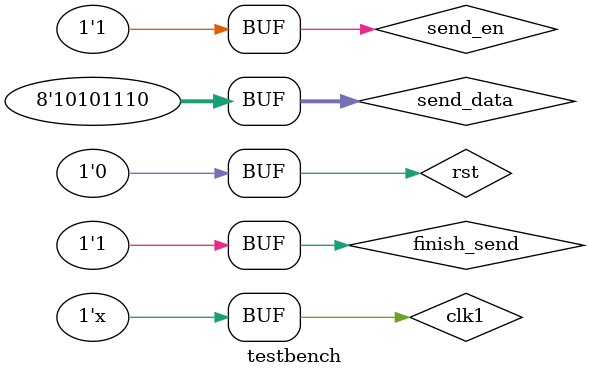
<source format=v>
`timescale 1ms/1ns 
module testbench;

reg [7:0]send_data;
reg clk1,send_en,rst,finish_send;
wire sd,freq,rec_en;
communication_send send(.send_data(send_data),.clk1(clk1),.send_en(send_en),.finish_send(finish_send),.rst(rst),.sd(sd),.freq(freq),.rec_en(rec_en));

initial
begin
	send_en = 0;
	send_data = 1;
	finish_send = 1;
	rst = 1;
	send_data = 8'b10101110;
	clk1 = 0;
	#10 rst = 0;
	#1000 send_en = 1;
	
	
end
always begin
	#10 clk1 =~clk1;
	
end
endmodule
</source>
